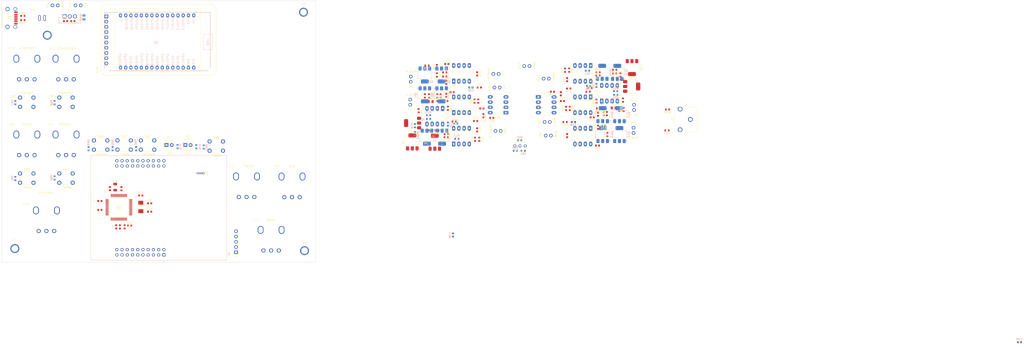
<source format=kicad_pcb>
(kicad_pcb (version 20241229) (generator "pcbnew") (generator_version "9.0")
  (title_block (title "ECE 445L Lab 7") (date "2025-01-13") (rev "v1.0.0") (company "The University of Texas at Austin"))
  (layers (0 "F.Cu" signal) (2 "B.Cu" signal) (13 "F.Paste" user) (15 "B.Paste" user) (5 "F.SilkS" user "F.Silkscreen") (7 "B.SilkS" user "B.Silkscreen") (1 "F.Mask" user) (3 "B.Mask" user) (25 "Edge.Cuts" user))
  (net 0 "")
  (net 1 "GND")
  (net 2 "+3V3")
  (net 3 "/Lab7_microcontroller/LDO")
  (net 8 "/Lab7_microcontroller/OSC1")
  (net 9 "/Lab7_microcontroller/OSC2")
  (net 10 "+VRail")
  (net 11 "Net-(C15-Pad2)")
  (net 12 "Net-(U8B-+)")
  (net 13 "Net-(U8A-+)")
  (net 14 "Net-(U9A-+)")
  (net 15 "Vin")
  (net 16 "Net-(U9B-+)")
  (net 17 "Net-(C19-Pad2)")
  (net 18 "Net-(U10A-+)")
  (net 19 "Net-(C21-Pad2)")
  (net 20 "R_Buff")
  (net 21 "Net-(C27-Pad2)")
  (net 22 "Net-(U11B-+)")
  (net 23 "Net-(U11A-+)")
  (net 24 "Net-(U12A-+)")
  (net 25 "Net-(U12B-+)")
  (net 26 "Net-(C31-Pad2)")
  (net 27 "Net-(U6A-+)")
  (net 28 "Net-(C40-Pad2)")
  (net 29 "L_Buff")
  (net 30 "Net-(D3-A)")
  (net 31 "Net-(D4-A)")
  (net 32 "/Lab7_microcontroller/TCK")
  (net 33 "/Lab7_microcontroller/TDI")
  (net 34 "/Lab7_microcontroller/TDO")
  (net 35 "/Lab7_microcontroller/TMS")
  (net 36 "Net-(D2-K)")
  (net 37 "Net-(D1-K)")
  (net 39 "Net-(J3-VBUS_1)")
  (net 41 "Net-(J3-CC1)")
  (net 43 "Net-(J3-CC2)")
  (net 45 "PF4")
  (net 46 "PC4")
  (net 47 "PC7")
  (net 48 "PB1")
  (net 49 "PA3")
  (net 50 "PE4")
  (net 51 "PF0")
  (net 52 "PF3")
  (net 53 "PC6")
  (net 54 "PB4")
  (net 55 "PA5")
  (net 56 "PB2")
  (net 57 "PD7")
  (net 58 "PF1")
  (net 59 "PB3")
  (net 61 "PB6")
  (net 62 "PE5")
  (net 63 "PC5")
  (net 64 "PA2")
  (net 65 "PA4")
  (net 66 "PE1")
  (net 67 "PB5")
  (net 68 "PE2")
  (net 69 "PE3")
  (net 71 "PD0")
  (net 72 "PF2")
  (net 73 "PD6")
  (net 74 "PA7")
  (net 75 "PB0")
  (net 76 "PD3")
  (net 77 "PD1")
  (net 78 "PB7")
  (net 79 "PE0")
  (net 80 "PA6")
  (net 81 "PD2")
  (net 82 "Net-(Q1-C)")
  (net 83 "Net-(Q2-C)")
  (net 84 "Net-(Q3-C)")
  (net 85 "Net-(Q4-C)")
  (net 86 "Net-(Q5-C)")
  (net 87 "Net-(Q6-C)")
  (net 88 "Net-(Q7-C)")
  (net 89 "R_AudioOut")
  (net 90 "Net-(Q8-C)")
  (net 91 "Net-(Q9-C)")
  (net 92 "Net-(Q10-C)")
  (net 93 "Net-(Q11-C)")
  (net 94 "Net-(Q12-C)")
  (net 95 "Net-(Q13-C)")
  (net 96 "Net-(Q14-C)")
  (net 97 "Net-(Q15-C)")
  (net 98 "Net-(Q16-C)")
  (net 99 "L_AudioOut")
  (net 100 "Net-(Q17-C)")
  (net 101 "Net-(Q18-C)")
  (net 102 "Vin_L")
  (net 103 "Net-(U8A--)")
  (net 104 "Net-(R6-Pad1)")
  (net 105 "Net-(R8-Pad1)")
  (net 106 "Net-(U9A--)")
  (net 107 "Net-(U10B-+)")
  (net 108 "Net-(U10A--)")
  (net 109 "R_Treble")
  (net 110 "Net-(U14A-+)")
  (net 111 "R_Mid")
  (net 112 "R_Bass")
  (net 113 "Net-(U14B--)")
  (net 114 "Net-(U14B-+)")
  (net 115 "Net-(U11A--)")
  (net 116 "Net-(R34-Pad1)")
  (net 117 "Net-(R36-Pad1)")
  (net 118 "Net-(U12A--)")
  (net 119 "Net-(U6B-+)")
  (net 120 "Net-(U6A--)")
  (net 121 "Net-(U13A-+)")
  (net 122 "Net-(U13B--)")
  (net 123 "Net-(U13B-+)")
  (net 124 "Net-(R60-Pad2)")
  (net 125 "VRef")
  (net 126 "/Lab7_microcontroller/Reset")
  (net 127 "Net-(U1-~{WAKE})")
  (net 128 "L_Bass")
  (net 129 "L_Mid")
  (net 130 "L_Treble")
  (net 131 "PD5")
  (net 132 "TM4C_OUT_ESP_IN")
  (net 134 "PD4")
  (net 135 "TM4C_IN_ESP_OUT")
  (net 138 "RAUDIO_OUT")
  (net 139 "LAUDIO_CLK")
  (net 140 "LAUDIO_OUT")
  (net 141 "ESP_IN_USB_OUT")
  (net 142 "RAUDIO_CLK")
  (net 143 "LAUDIO_FS")
  (net 150 "RAUDIO_FS")
  (net 155 "ESP_OUT_USB_IN")
  (net 162 "Vin_R")
  (footprint "Resistor_SMD:R_0603_1608Metric" (layer "F.Cu") (at 240.538 62.23 180)
    (property "Reference" "R5")
    (property "Value" "20k")
  )
  (footprint "Capacitor_SMD:C_0603_1608Metric" (layer "F.Cu") (at 314.721 95.748 180)
    (property "Reference" "C33")
    (property "Value" "0.1u")
  )
  (footprint "ECE445L:Testpoint_1x02_P2.54mm" (layer "F.Cu") (at 288.554 63.236 90)
    (property "Reference" "TP10")
    (property "Value" "L_Treble")
  )
  (footprint "Capacitor_SMD:C_0805_2012Metric" (layer "F.Cu") (at 233.68 74.422 180)
    (property "Reference" "C21")
    (property "Value" "10u")
  )
  (footprint "Package_TO_SOT_SMD:SOT-223-3_TabPin2" (layer "F.Cu") (at 235.726 94.132 90)
    (property "Reference" "Q7")
    (property "Value" "PZT2222A")
  )
  (footprint "ECE445L:PinHeader_1x05_P2.54mm_Vertical" (layer "F.Cu") (at 139.192 147.574 180)
    (property "Reference" "J1")
    (property "Value" "JTAG")
  )
  (footprint "ECE445L:DIP-8_W7.62mm_LongPads" (layer "F.Cu") (at 244.871 64.506 90)
    (property "Reference" "U8")
    (property "Value" "OPA2350")
  )
  (footprint "Capacitor_SMD:C_0603_1608Metric" (layer "F.Cu") (at 312.168 82.032 180)
    (property "Reference" "C35")
    (property "Value" "0.1u")
  )
  (footprint "Capacitor_SMD:C_0603_1608Metric" (layer "F.Cu") (at 244.107 69.85)
    (property "Reference" "C24")
    (property "Value" "0.1u")
  )
  (footprint "ECE445L:SW_PUSH_6mm" (layer "F.Cu") (at 70.156 93.254)
    (property "Reference" "SW5")
    (property "Value" "Reverb")
  )
  (footprint "Resistor_SMD:R_0603_1608Metric" (layer "F.Cu") (at 236.728 88.392 180)
    (property "Reference" "R26")
    (property "Value" "100k")
  )
  (footprint "Resistor_SMD:R_0603_1608Metric" (layer "F.Cu") (at 233.68 88.392)
    (property "Reference" "R27")
    (property "Value" "100k")
  )
  (footprint "Resistor_SMD:R_0603_1608Metric" (layer "F.Cu") (at 241.046 74.168)
    (property "Reference" "R8")
    (property "Value" "10k")
  )
  (footprint "Capacitor_SMD:C_0603_1608Metric" (layer "F.Cu") (at 83.522 116.69 90)
    (property "Reference" "C4")
    (property "Value" "0.1uF")
  )
  (footprint "ECE445L:Testpoint_1x02_P2.54mm" (layer "F.Cu") (at 267.213 67.564 -90)
    (property "Reference" "TP4")
    (property "Value" "R_Mid")
  )
  (footprint "ECE445L:P120PK-Y25BR10K" (layer "F.Cu") (at 47.097 137.254)
    (property "Reference" "R76")
    (property "Value" "10k")
  )
  (footprint "ECE445L:P120PK-Y25BR10K" (layer "F.Cu") (at 56.622 63.572)
    (property "Reference" "R72")
    (property "Value" "10k")
  )
  (footprint "Capacitor_SMD:C_0603_1608Metric" (layer "F.Cu") (at 241.554 56.134)
    (property "Reference" "C22")
    (property "Value" "0.1u")
  )
  (footprint "Resistor_SMD:R_0603_1608Metric" (layer "F.Cu") (at 35.623 32.766 180)
    (property "Reference" "R86")
    (property "Value" "5K1")
  )
  (footprint "Resistor_SMD:R_0603_1608Metric" (layer "F.Cu") (at 323.088 58.928 180)
    (property "Reference" "R55")
    (property "Value" "100k")
  )
  (footprint "ECE445L:P120PK-Y25BR10K" (layer "F.Cu") (at 56.622 100.402)
    (property "Reference" "R71")
    (property "Value" "10k")
  )
  (footprint "Resistor_SMD:R_0603_1608Metric" (layer "F.Cu") (at 227.838 78.803 -90)
    (property "Reference" "R23")
    (property "Value" "100k")
  )
  (footprint "Resistor_SMD:R_0603_1608Metric" (layer "F.Cu") (at 230.886 71.628 90)
    (property "Reference" "R21")
    (property "Value" "200k")
  )
  (footprint "ECE445L:LED_D5.0mm" (layer "F.Cu") (at 105.405 95.504)
    (property "Reference" "D4")
    (property "Value" "LED")
  )
  (footprint "ECE445L:Testpoint_1x02_P2.54mm" (layer "F.Cu") (at 61.209 27.686 90)
    (property "Reference" "TP2")
    (property "Value" "3V3")
  )
  (footprint "Resistor_SMD:R_0603_1608Metric" (layer "F.Cu") (at 242.062 77.661 -90)
    (property "Reference" "R19")
    (property "Value" "10k")
  )
  (footprint "ECE445L:DIP-8_W7.62mm_LongPads" (layer "F.Cu") (at 239.512 77.709 -90)
    (property "Reference" "U14")
    (property "Value" "OPA2350")
  )
  (footprint "Resistor_SMD:R_0603_1608Metric" (layer "F.Cu") (at 327.406 78.232 90)
    (property "Reference" "R50")
    (property "Value" "200k")
  )
  (footprint "ECE445L:DIP-8_W7.62mm_LongPads" (layer "F.Cu") (at 244.871 79.746 90)
    (property "Reference" "U9")
    (property "Value" "OPA2350")
  )
  (footprint "Resistor_SMD:R_0603_1608Metric" (layer "F.Cu") (at 325.374 78.232 -90)
    (property "Reference" "R49")
    (property "Value" "200k")
  )
  (footprint "Resistor_SMD:R_0603_1608Metric" (layer "F.Cu") (at 257.302 92.71 -90)
    (property "Reference" "R15")
    (property "Value" "100k")
  )
  (footprint "Resistor_SMD:R_0603_1608Metric" (layer "F.Cu") (at 300.751 68.062 180)
    (property "Reference" "R40")
    (property "Value" "10k")
  )
  (footprint "ECE445L:Testpoint_1x02_P2.54mm" (layer "F.Cu") (at 223.774 75.946 180)
    (property "Reference" "TP7")
    (property "Value" "R_Out")
  )
  (footprint "Resistor_SMD:R_0603_1608Metric" (layer "F.Cu") (at 314.975 86.858 90)
    (property "Reference" "R31")
    (property "Value" "10k")
  )
  (footprint "Resistor_SMD:R_0603_1608Metric" (layer "F.Cu") (at 301.259 77.714 -90)
    (property "Reference" "R34")
    (property "Value" "100k")
  )
  (footprint "Capacitor_SMD:C_0603_1608Metric" (layer "F.Cu") (at 299.989 63.744 90)
    (property "Reference" "C32")
    (property "Value" "1.2n")
  )
  (footprint "Resistor_SMD:R_0603_1608Metric" (layer "F.Cu") (at 240.538 60.198 180)
    (property "Reference" "R3")
    (property "Value" "10k")
  )
  (footprint "ECE445L:SW_PUSH_6mm" (layer "F.Cu") (at 53.3454 72.462)
    (property "Reference" "SW4")
    (property "Value" "Distortion")
  )
  (footprint "Resistor_SMD:R_0603_1608Metric" (layer "F.Cu") (at 257.302 67.564)
    (property "Reference" "R1")
    (property "Value" "10k")
  )
  (footprint "Capacitor_SMD:C_0603_1608Metric" (layer "F.Cu") (at 97.238 123.802)
    (property "Reference" "C9")
    (property "Value" "10pF C0G")
  )
  (footprint "ECE445L:Testpoint_1x02_P2.54mm" (layer "F.Cu") (at 332.501 75.936)
    (property "Reference" "TP12")
    (property "Value" "L_Out")
  )
  (footprint "Capacitor_SMD:C_0603_1608Metric" (layer "F.Cu") (at 56.388 35.306)
    (property "Reference" "C12")
    (property "Value" "0.1u")
  )
  (footprint "ECE445L:SW-T3-1A-A-A3-S1" (layer "F.Cu") (at 46.228 33.782)
    (property "Reference" "SW9")
    (property "Value" "SW_SPST")
  )
  (footprint "Capacitor_SMD:C_0603_1608Metric" (layer "F.Cu") (at 258.572 77.724 180)
    (property "Reference" "C17")
    (property "Value" "10n")
  )
  (footprint "Capacitor_SMD:C_0603_1608Metric" (layer "F.Cu") (at 97.238 127.866)
    (property "Reference" "C10")
    (property "Value" "10pF C0G")
  )
  (footprint "Resistor_SMD:R_0603_1608Metric" (layer "F.Cu") (at 314.975 61.712 180)
    (property "Reference" "R42")
    (property "Value" "10k")
  )
  (footprint "Package_TO_SOT_SMD:SOT-223-3_TabPin2" (layer "F.Cu") (at 331.333 67.06)
    (property "Reference" "Q18")
    (property "Value" "PZT2222A")
  )
  (footprint "Resistor_SMD:R_0603_1608Metric" (layer "F.Cu") (at 256.794 74.168 -90)
    (property "Reference" "R7")
    (property "Value" "100k")
  )
  (footprint "Capacitor_SMD:C_0603_1608Metric" (layer "F.Cu") (at 256.286 88.138 -90)
    (property "Reference" "C20")
    (property "Value" "1.2n")
  )
  (footprint "Package_TO_SOT_SMD:SOT-223-3_TabPin2" (layer "F.Cu") (at 224.79 93.98 90)
    (property "Reference" "Q8")
    (property "Value" "PZT2222A")
  )
  (footprint "Resistor_SMD:R_0603_1608Metric" (layer "F.Cu") (at 314.975 60.188)
    (property "Reference" "R45")
    (property "Value" "20k")
  )
  (footprint "Resistor_SMD:R_0603_1608Metric" (layer "F.Cu") (at 311.102 67.808)
    (property "Reference" "R46")
    (property "Value" "10k")
  )
  (footprint "Resistor_SMD:R_0603_1608Metric" (layer "F.Cu") (at 238.506 71.628 90)
    (property "Reference" "R11")
    (property "Value" "20k")
  )
  (footprint "Package_TO_SOT_SMD:SOT-223-3_TabPin2" (layer "F.Cu") (at 224.942 84.822 180)
    (property "Reference" "Q9")
    (property "Value" "PZT2222A")
  )
  (footprint "Capacitor_SMD:C_0603_1608Metric" (layer "F.Cu") (at 92.92 119.992)
    (property "Reference" "C11")
    (property "Value" "1uF")
  )
  (footprint "Resistor_SMD:R_0603_1608Metric" (layer "F.Cu") (at 255.016 74.168 90)
    (property "Reference" "R6")
    (property "Value" "100k")
  )
  (footprint "ECE445L:Testpoint_1x02_P2.54mm" (layer "F.Cu") (at 289.062 84.318 90)
    (property "Reference" "TP9")
    (property "Value" "L_Mid")
  )
  (footprint "ECE445L:Testpoint_1x02_P2.54mm" (layer "F.Cu") (at 279.146 57.15 90)
    (property "Reference" "TP13")
    (property "Value" "+VRef")
  )
  (footprint "Capacitor_SMD:C_0603_1608Metric" (layer "F.Cu") (at 85.046 135.232 -90)
    (property "Reference" "C6")
    (property "Value" "0.01uF")
  )
  (footprint "Capacitor_SMD:C_0603_1608Metric" (layer "F.Cu") (at 263.398 82.296)
    (property "Reference" "C26")
    (property "Value" "0.1u")
  )
  (footprint "ECE445L:MountingHole_4_40" (layer "F.Cu") (at 172.466 146.812)
    (property "Reference" "H4")
    (property "Value" "~")
  )
  (footprint "ECE445L:DIP-8_W7.62mm_LongPads" (layer "F.Cu") (at 270.271 79.746 180)
    (property "Reference" "U5")
    (property "Value" "TLV5616")
  )
  (footprint "ECE445L:24797741" (layer "F.Cu") (at 29.334 33.784 -90)
    (property "Reference" "J3")
    (property "Value" "2479774-1" (hide yes))
  )
  (footprint "Resistor_SMD:R_0603_1608Metric" (layer "F.Cu") (at 314.213 74.221 90)
    (property "Reference" "R47")
    (property "Value" "10k")
  )
  (footprint "Resistor_SMD:R_0603_1608Metric" (layer "F.Cu") (at 245.11 84.074 180)
    (property "Reference" "R18")
    (property "Value" "10k")
  )
  (footprint "Resistor_SMD:R_0603_1608Metric" (layer "F.Cu") (at 325.12 63.754 180)
    (property "Reference" "R56")
    (property "Value" "100k")
  )
  (footprint "Capacitor_SMD:C_0603_1608Metric" (layer "F.Cu") (at 77.934 116.677 90)
    (property "Reference" "C3")
    (property "Value" "0.1uF")
  )
  (footprint "Capacitor_SMD:C_0603_1608Metric" (layer "F.Cu") (at 82.76 135.232 -90)
    (property "Reference" "C5")
    (property "Value" "1uF")
  )
  (footprint "Resistor_SMD:R_0603_1608Metric" (layer "F.Cu") (at 231.902 56.896 180)
    (property "Reference" "R77")
    (property "Value" "0")
  )
  (footprint "ECE445L:SW_PUSH_6mm" (layer "F.Cu") (at 81.586 93.254)
    (property "Reference" "SW1")
    (property "Value" "Pause")
  )
  (footprint "ECE445L:adafruit_st7735r2" (layer "F.Cu") (at 101.6 44.45 -90)
    (property "Reference" "U16")
    (property "Value" "Adafruit ST7735R")
  )
  (footprint "Capacitor_SMD:C_0805_2012Metric" (layer "F.Cu") (at 322.595 77.46)
    (property "Reference" "C40")
    (property "Value" "10u")
  )
  (footprint "Connector_PinHeader_1.00mm:PinHeader_1x04_P1.00mm_Vertical" (layer "F.Cu") (at 123.444 109.22 -90)
    (property "Reference" "U3")
    (property "Value" "FT2322R")
  )
  (footprint "Resistor_SMD:R_0603_1608Metric" (layer "F.Cu") (at 301.005 59.109 -90)
    (property "Reference" "R44")
    (property "Value" "100k")
  )
  (footprint "Capacitor_SMD:C_0603_1608Metric" (layer "F.Cu") (at 73.03219 122.682 180)
    (property "Reference" "C7")
    (property "Value" "0.01uF")
  )
  (footprint "Capacitor_SMD:C_0603_1608Metric" (layer "F.Cu") (at 314.975 80.508 90)
    (property "Reference" "C30")
    (property "Value" "3.5n")
  )
  (footprint "ECE445L:SW_PUSH_6mm" (layer "F.Cu") (at 92.964 93.254)
    (property "Reference" "SW2")
    (property "Value" "LCDMode")
  )
  (footprint "Resistor_SMD:R_0603_1608Metric" (layer "F.Cu") (at 348.488 88.392 180)
    (property "Reference" "R59")
    (property "Value" "50")
  )
  (footprint "Resistor_SMD:R_0603_1608Metric" (layer "F.Cu") (at 236.728 57.404 90)
    (property "Reference" "R83")
    (property "Value" "0")
  )
  (footprint "ECE445L:MountingHole_4_40" (layer "F.Cu") (at 31.75 145.796)
    (property "Reference" "H2")
    (property "Value" "~")
  )
  (footprint "ECE445L:LED_D5.0mm" (layer "F.Cu") (at 114.554 95.504)
    (property "Reference" "D3")
    (property "Value" "LED")
  )
  (footprint "Resistor_SMD:R_0603_1608Metric" (layer "F.Cu") (at 317.769 80.254 -90)
    (property "Reference" "R39")
    (property "Value" "20k")
  )
  (footprint "Resistor_SMD:R_0603_1608Metric" (layer "F.Cu") (at 299.481 77.714 90)
    (property "Reference" "R35")
    (property "Value" "100k")
  )
  (footprint "Resistor_SMD:R_0603_1608Metric" (layer "F.Cu") (at 348.742 78.232 180)
    (property "Reference" "R58")
    (property "Value" "50")
  )
  (footprint "Resistor_SMD:R_0603_1608Metric" (layer "F.Cu") (at 310.149 69.586)
    (property "Reference" "R37")
    (property "Value" "10k")
  )
  (footprint "Capacitor_SMD:C_0603_1608Metric" (layer "F.Cu") (at 292.862 69.596 180)
    (property "Reference" "C37")
    (property "Value" "0.1u")
  )
  (footprint "Resistor_SMD:R_0603_1608Metric" (layer "F.Cu") (at 323.088 60.706 180)
    (property "Reference" "R54")
    (property "Value" "100k")
  )
  (footprint "ECE445L:Jack_3.5mm_CUI_SJ1-3523N_Horizontal" (layer "F.Cu") (at 359.856 83.058 90)
    (property "Reference" "J2")
    (property "Value" "AudioJack")
  )
  (footprint "Resistor_SMD:R_0603_1608Metric" (layer "F.Cu") (at 325.882 61.468 -90)
    (property "Reference" "R57")
    (property "Value" "75K")
  )
  (footprint "ECE445L:DIP-8_W7.62mm_LongPads" (layer "F.Cu") (at 316.763 74.173 90)
    (property "Reference" "U13")
    (property "Value" "OPA2350")
  )
  (footprint "Resistor_SMD:R_0603_1608Metric" (layer "F.Cu") (at 241.3 90.17)
    (property "Reference" "R14")
    (property "Value" "10k")
  )
  (footprint "Resistor_SMD:R_0603_1608Metric" (layer "F.Cu") (at 241.3 65.024 -90)
    (property "Reference" "R4")
    (property "Value" "10k")
  )
  (footprint "Capacitor_SMD:C_0603_1608Metric" (layer "F.Cu") (at 256.286 60.96 -90)
    (property "Reference" "C15")
    (property "Value" "27n")
  )
  (footprint "Resistor_SMD:R_0603_1608Metric" (layer "F.Cu") (at 319.547 90.414 90)
    (property "Reference" "R48")
    (property "Value" "10k")
  )
  (footprint "ECE445L:P120PK-Y25BR10K" (layer "F.Cu") (at 37.572 63.572)
    (property "Reference" "R70")
    (property "Value" "10k")
  )
  (footprint "ECE445L:DIP-8_W7.62mm_LongPads" (layer "F.Cu") (at 311.404 87.376 -90)
    (property "Reference" "U11")
    (property "Value" "OPA2350")
  )
  (footprint "Resistor_SMD:R_0603_1608Metric" (layer "F.Cu") (at 303.037 84.318)
    (property "Reference" "R30")
    (property "Value" "10k")
  )
  (footprint "ECE445L:Testpoint_1x02_P2.54mm" (layer "F.Cu") (at 289.57 90.922 90)
    (property "Reference" "TP8")
    (property "Value" "L_Bass")
  )
  (footprint "ECE445L:MountingHole_4_40" (layer "F.Cu") (at 47.498 42.164)
    (property "Reference" "H1")
    (property "Value" "~")
  )
  (footprint "Button_Switch_THT:SW_PUSH_6mm" (layer "F.Cu") (at 126.342 93.762)
    (property "Reference" "SW8")
    (property "Value" "Reset")
  )
  (footprint "Capacitor_SMD:C_0603_1608Metric" (layer "F.Cu") (at 59.944 35.306 180)
    (property "Reference" "C14")
    (property "Value" "0.1u")
  )
  (footprint "Resistor_SMD:R_0603_1608Metric" (layer "F.Cu") (at 319.293 80.254 90)
    (property "Reference" "R38")
    (property "Value" "10k")
  )
  (footprint "Resistor_SMD:R_0603_1608Metric" (layer "F.Cu") (at 255.524 83.82)
    (property "Reference" "R12")
    (property "Value" "10k")
  )
  (footprint "Capacitor_SMD:C_0603_1608Metric" (layer "F.Cu") (at 296.941 70.589 90)
    (property "Reference" "C31")
    (property "Value" "1.2n")
  )
  (footprint "Capacitor_SMD:C_0603_1608Metric" (layer "F.Cu") (at 80.982 135.232 -90)
    (property "Reference" "C2")
    (property "Value" "0.1uF")
  )
  (footprint "ECE445L:P120PK-Y25BR10K" (layer "F.Cu") (at 166.37 120.816)
    (property "Reference" "R74")
    (property "Value" "10k")
  )
  (footprint "ECE445L:P120PK-Y25BR10K" (layer "F.Cu") (at 144.292 120.744)
    (property "Reference" "R75")
    (property "Value" "10k")
  )
  (footprint "Resistor_SMD:R_0603_1608Metric" (layer "F.Cu") (at 255.27 92.71 90)
    (property "Reference" "R16")
    (property "Value" "100k")
  )
  (footprint "ECE445L:DIP-8_W7.62mm_LongPads" (layer "F.Cu") (at 286.004 72.136)
    (property "Reference" "U15")
    (property "Value" "TLV5616")
  )
  (footprint "ECE445L:SW_PUSH_6mm" (layer "F.Cu") (at 53.3454 109.314)
    (property "Reference" "SW7")
    (property "Value" "Tempo")
  )
  (footprint "Resistor_SMD:R_0603_1608Metric" (layer "F.Cu") (at 298.973 84.318 180)
    (property "Reference" "R29")
    (property "Value" "10k")
  )
  (footprint "Resistor_SMD:R_0603_1608Metric" (layer "F.Cu") (at 237.744 74.168)
    (property "Reference" "R9")
    (property "Value" "10k")
  )
  (footprint "Resistor_SMD:R_0603_1608Metric" (layer "F.Cu") (at 236.982 71.628 -90)
    (property "Reference" "R10")
    (property "Value" "10k")
  )
  (footprint "ECE445L:DIP-8_W7.62mm_LongPads" (layer "F.Cu") (at 244.871 94.986 90)
    (property "Reference" "U10")
    (property "Value" "OPA2350")
  )
  (footprint "Resistor_SMD:R_0603_1608Metric" (layer "F.Cu") (at 253.238 67.564 180)
    (property "Reference" "R2")
    (property "Value" "10k")
  )
  (footprint "ECE445L:ABM3" (layer "F.Cu") (at 92.92 125.58 90)
    (property "Reference" "Y1")
    (property "Value" "ABM3-16.000MHZ-B2-T" (hide yes))
  )
  (footprint "Resistor_SMD:R_0603_1608Metric" (layer "F.Cu") (at 327.152 73.66 90)
    (property "Reference" "R51")
    (property "Value" "100k")
  )
  (footprint "ECE445L:SW_PUSH_6mm" (layer "F.Cu") (at 34.2954 109.314)
    (property "Reference" "SW6")
    (property "Value" "Delay")
  )
  (footprint "Package_TO_SOT_SMD:SOT-223-3_TabPin2" (layer "F.Cu") (at 331.333 67.06)
    (property "Reference" "Q10")
    (property "Value" "PZT2222A")
  )
  (footprint "Capacitor_SMD:C_0603_1608Metric" (layer "F.Cu") (at 259.334 81.28 -90)
    (property "Reference" "C19")
    (property "Value" "1.2n")
  )
  (footprint "ECE445L:DIP-8_W7.62mm_LongPads" (layer "F.Cu") (at 311.404 56.896 -90)
    (property "Reference" "U6")
    (property "Value" "OPA2350")
  )
  (footprint "ECE445L:Testpoint_1x02_P2.54mm" (layer "F.Cu") (at 332.247 87.107)
    (property "Reference" "TP11")
    (property "Value" "L_Buff")
  )
  (footprint "Resistor_SMD:R_0603_1608Metric" (layer "F.Cu") (at 232.918 71.628 -90)
    (property "Reference" "R22")
    (property "Value" "200k")
  )
  (footprint "Capacitor_SMD:C_0603_1608Metric" (layer "F.Cu") (at 299.989 90.922 90)
    (property "Reference" "C27")
    (property "Value" "27n")
  )
  (footprint "Capacitor_SMD:C_1206_3216Metric" (layer "F.Cu") (at 80.474 115.928 90)
    (property "Reference" "C8")
    (property "Value" "2.2uF")
  )
  (footprint "Resistor_SMD:R_0603_1608Metric" (layer "F.Cu") (at 35.623 34.798)
    (property "Reference" "R85")
    (property "Value" "5K1")
  )
  (footprint "Resistor_SMD:R_0603_1608Metric" (layer "F.Cu") (at 315.229 77.714 180)
    (property "Reference" "R36")
    (property "Value" "10k")
  )
  (footprint "Resistor_SMD:R_0603_1608Metric" (layer "F.Cu") (at 236.728 61.468 -90)
    (property "Reference" "R20")
    (property "Value" "10k")
  )
  (footprint "Capacitor_SMD:C_0603_1608Metric" (layer "F.Cu") (at 73.03219 127 180)
    (property "Reference" "C1")
    (property "Value" "0.1uF")
  )
  (footprint "ECE445L:P120PK-Y25BR10K" (layer "F.Cu") (at 156.21 146.724)
    (property "Reference" "R73")
    (property "Value" "10k")
  )
  (footprint "Package_TO_SOT_SMD:SOT-223-3_TabPin2" (layer "F.Cu") (at 331.485 57.902 -90)
    (property "Reference" "Q17")
    (property "Value" "PZT2222A")
  )
  (footprint "Resistor_SMD:R_0603_1608Metric" (layer "F.Cu") (at 317.691 86.106 180)
    (property "Reference" "R32")
    (property "Value" "10k")
  )
  (footprint "ECE445L:DIP-8_W7.62mm_LongPads" (layer "F.Cu") (at 311.404 72.136 -90)
    (property "Reference" "U12")
    (property "Value" "OPA2350")
  )
  (footprint "Resistor_SMD:R_0603_1608Metric" (layer "F.Cu") (at 298.973 59.172 90)
    (property "Reference" "R43")
    (property "Value" "100k")
  )
  (footprint "Capacitor_SMD:C_0603_1608Metric" (layer "F.Cu") (at 241.3 71.374 -90)
    (property "Reference" "C18")
    (property "Value" "3.5n")
  )
  (footprint "Resistor_SMD:R_0603_1608Metric" (layer "F.Cu") (at 317.563 87.63)
    (property "Reference" "R33")
    (property "Value" "20k")
  )
  (footprint "ECE445L:Testpoint_1x02_P2.54mm" (layer "F.Cu") (at 266.705 60.96 -90)
    (property "Reference" "TP3")
    (property "Value" "R_Bass")
  )
  (footprint "ECE445L:SW_PUSH_6mm" (layer "F.Cu") (at 34.2954 72.462)
    (property "Reference" "SW3")
    (property "Value" "Flanger")
  )
  (footprint "ECE445L:ti_LM4041CILPR" (layer "F.Cu") (at 277.114 95.904097 180)
    (property "Reference" "U7")
    (property "Value" "LM4041CILPR")
  )
  (footprint "ECE445L:Testpoint_1x02_P2.54mm" (layer "F.Cu") (at 50.033 27.686 90)
    (property "Reference" "TP1")
    (property "Value" "+VRail")
  )
  (footprint "ECE445L:P120PK-Y25BR10K" (layer "F.Cu") (at 37.572 100.402)
    (property "Reference" "R80")
    (property "Value" "10k")
  )
  (footprint "Capacitor_SMD:C_0603_1608Metric" (layer "F.Cu") (at 297.703 74.158)
    (property "Reference" "C29")
    (property "Value" "10n")
  )
  (footprint "ECE445L:Testpoint_1x02_P2.54mm" (layer "F.Cu") (at 224.028 64.775 180)
    (property "Reference" "TP6")
    (property "Value" "R_Buff")
  )
  (footprint "Resistor_SMD:R_0603_1608Metric" (layer "F.Cu") (at 87.51019 134.62)
    (property "Reference" "R64")
    (property "Value" "1M")
  )
  (footprint "ECE445L:Testpoint_1x02_P2.54mm" (layer "F.Cu") (at 267.721 88.646 -90)
    (property "Reference" "TP5")
    (property "Value" "R_Treble")
  )
  (footprint "Resistor_SMD:R_0603_1608Metric" (layer "F.Cu") (at 241.237 91.694 180)
    (property "Reference" "R17")
    (property "Value" "20k")
  )
  (footprint "ECE445L:MountingHole_4_40" (layer "F.Cu") (at 171.958 30.988)
    (property "Reference" "H3")
    (property "Value" "~")
  )
  (footprint "ECE445L:QFP50P1200X1200X160-64N" (layer "F.Cu") (at 82.296 125.73)
    (property "Reference" "U1")
    (property "Value" "TM4C123GH6PMIR" (hide yes))
  )
  (footprint "Resistor_SMD:R_0603_1608Metric" (layer "B.Cu") (at 232.664 81.026 180)
    (property "Reference" "R25")
    (property "Value" "100k")
  )
  (footprint "Package_TO_SOT_SMD:SOT-223-3_TabPin2" (layer "B.Cu") (at 239.014 71.12 -90)
    (property "Reference" "Q3")
    (property "Value" "PZT2222A")
  )
  (footprint "Resistor_SMD:R_0603_1608Metric" (layer "B.Cu") (at 31.984 111.76 -90)
    (property "Reference" "R81")
    (property "Value" "10k")
  )
  (footprint "Capacitor_SMD:C_0603_1608Metric" (layer "B.Cu") (at 314.213 66.551 -90)
    (property "Reference" "C34")
    (property "Value" "0.1u")
  )
  (footprint "Package_TO_SOT_SMD:SOT-223-3_TabPin2" (layer "B.Cu") (at 230.886 71.12 -90)
    (property "Reference" "Q4")
    (property "Value" "PZT2222A")
  )
  (footprint "Resistor_SMD:R_0603_1608Metric" (layer "B.Cu") (at 226.06 86.106 -90)
    (property "Reference" "R28")
    (property "Value" "100k")
  )
  (footprint "Capacitor_SMD:C_0603_1608Metric" (layer "B.Cu") (at 242.062 85.344 90)
    (property "Reference" "C25")
    (property "Value" "0.1u")
  )
  (footprint "Package_TO_SOT_SMD:SOT-223-3_TabPin2" (layer "B.Cu") (at 325.389 90.414 90)
    (property "Reference" "Q13")
    (property "Value" "PZT2222A")
  )
  (footprint "Resistor_SMD:R_0603_1608Metric" (layer "B.Cu") (at 51.034 74.908 -90)
    (property "Reference" "R68")
    (property "Value" "10k")
  )
  (footprint "ECE445L:TO254P470X1028X1955-3P" (layer "B.Cu") (at 55.88 33.02)
    (property "Reference" "U4")
    (property "Value" "LM2937ET-3.3_NOPB" (hide yes))
  )
  (footprint "Package_TO_SOT_SMD:SOT-223-3_TabPin2" (layer "B.Cu") (at 324.358 60.198 90)
    (property "Reference" "Q16")
    (property "Value" "PZT2222A")
  )
  (footprint "Package_TO_SOT_SMD:SOT-223-3_TabPin2" (layer "B.Cu") (at 317.261 90.414 90)
    (property "Reference" "Q11")
    (property "Value" "PZT2222A")
  )
  (footprint "Resistor_SMD:R_0603_1608Metric" (layer "B.Cu") (at 323.533 69.342 180)
    (property "Reference" "R52")
    (property "Value" "100k")
  )
  (footprint "Resistor_SMD:R_0603_1608Metric" (layer "B.Cu") (at 323.596 71.12)
    (property "Reference" "R53")
    (property "Value" "100k")
  )
  (footprint "Resistor_SMD:R_0603_1608Metric" (layer "B.Cu") (at 67.564 97.282 -90)
    (property "Reference" "R69")
    (property "Value" "10k")
  )
  (footprint "Resistor_SMD:R_0603_1608Metric" (layer "B.Cu") (at 274.828 98.298 180)
    (property "Reference" "R60")
    (property "Value" "1k")
  )
  (footprint "Resistor_SMD:R_0603_1608Metric" (layer "B.Cu") (at 246.443 92.456 180)
    (property "Reference" "R13")
    (property "Value" "10k")
  )
  (footprint "Resistor_SMD:R_0603_1608Metric" (layer "B.Cu") (at 119.888 96.329 90)
    (property "Reference" "R78")
    (property "Value" "2k")
  )
  (footprint "ECE445L:ESP32_30pin" (layer "B.Cu") (at 101.6 44.45 -90)
    (property "Reference" "U2")
    (property "Value" "ESP32-D0WD-V3")
  )
  (footprint "Capacitor_SMD:C_0603_1608Metric" (layer "B.Cu") (at 245.872 85.09 180)
    (property "Reference" "C23")
    (property "Value" "0.1u")
  )
  (footprint "Package_TO_SOT_SMD:SOT-223-3_TabPin2" (layer "B.Cu") (at 325.389 80.762 90)
    (property "Reference" "Q15")
    (property "Value" "PZT2222A")
  )
  (footprint "Resistor_SMD:R_0603_1608Metric" (layer "B.Cu") (at 90.678 97.282 -90)
    (property "Reference" "R66")
    (property "Value" "10k")
  )
  (footprint "Package_TO_SOT_SMD:SOT-223-3_TabPin2" (layer "B.Cu") (at 317.007 60.188 90)
    (property "Reference" "Q12")
    (property "Value" "PZT2222A")
  )
  (footprint "Capacitor_SMD:C_0603_1608Metric" (layer "B.Cu") (at 303.037 84.318)
    (property "Reference" "C28")
    (property "Value" "27n")
  )
  (footprint "Resistor_SMD:R_0603_1608Metric" (layer "B.Cu") (at 123.4772 96.462 90)
    (property "Reference" "R63")
    (property "Value" "10k")
  )
  (footprint "Package_TO_SOT_SMD:SOT-223-3_TabPin2" (layer "B.Cu") (at 231.902 91.694 -90)
    (property "Reference" "Q5")
    (property "Value" "PZT2222A")
  )
  (footprint "Resistor_SMD:R_0603_1608Metric" (layer "B.Cu") (at 226.06 89.916 90)
    (property "Reference" "R82")
    (property "Value" "75K")
  )
  (footprint "Resistor_SMD:R_0603_1608Metric" (layer "B.Cu") (at 110.744 96.266 90)
    (property "Reference" "R79")
    (property "Value" "2k")
  )
  (footprint "Capacitor_SMD:C_0603_1608Metric" (layer "B.Cu") (at 253.238 67.564)
    (property "Reference" "C16")
    (property "Value" "27n")
  )
  (footprint "ECE445L:ti_EKTM4C123GXL" (layer "B.Cu") (at 101.6 125.984 90)
    (property "Reference" "J4")
    (property "Value" "EK-TM4C123GXL")
  )
  (footprint "Resistor_SMD:R_0603_1608Metric" (layer "B.Cu") (at 278.638 98.298)
    (property "Reference" "R61")
    (property "Value" "47k")
  )
  (footprint "Capacitor_SMD:C_0603_1608Metric" (layer "B.Cu") (at 244.602 139.205 -90)
    (property "Reference" "C38")
    (property "Value" "0.1uF")
  )
  (footprint "Capacitor_SMD:C_0603_1608Metric" (layer "B.Cu") (at 310.403 66.792)
    (property "Reference" "C36")
    (property "Value" "0.1u")
  )
  (footprint "Capacitor_SMD:C_0805_2012Metric" (layer "B.Cu") (at 65.278 33.528 -90)
    (property "Reference" "C13")
    (property "Value" "10u")
  )
  (footprint "Package_TO_SOT_SMD:SOT-223-3_TabPin2" (layer "B.Cu") (at 239.014 61.468 -90)
    (property "Reference" "Q1")
    (property "Value" "PZT2222A")
  )
  (footprint "Package_TO_SOT_SMD:SOT-223-3_TabPin2" (layer "B.Cu") (at 230.886 61.468 -90)
    (property "Reference" "Q2")
    (property "Value" "PZT2222A")
  )
  (footprint "Resistor_SMD:R_0603_1608Metric" (layer "B.Cu") (at 79.248 97.282 -90)
    (property "Reference" "R65")
    (property "Value" "10k")
  )
  (footprint "Package_TO_SOT_SMD:SOT-223-3_TabPin2" (layer "B.Cu") (at 239.268 91.694 -90)
    (property "Reference" "Q6")
    (property "Value" "PZT2222A")
  )
  (footprint "Resistor_SMD:R_0603_1608Metric" (layer "B.Cu") (at 51.034 111.506 -90)
    (property "Reference" "R84")
    (property "Value" "10k")
  )
  (footprint "Capacitor_SMD:C_0603_1608Metric" (layer "B.Cu") (at 519.684 191.262 180)
    (property "Reference" "C39")
    (property "Value" "0.1uF")
  )
  (footprint "Resistor_SMD:R_0603_1608Metric" (layer "B.Cu") (at 276.923 93.218 180)
    (property "Reference" "R62")
    (property "Value" "10k")
  )
  (footprint "Resistor_SMD:R_0603_1608Metric" (layer "B.Cu") (at 309.832 59.426)
    (property "Reference" "R41")
    (property "Value" "10k")
  )
  (footprint "Resistor_SMD:R_0603_1608Metric" (layer "B.Cu") (at 31.984 74.908 -90)
    (property "Reference" "R67")
    (property "Value" "10k")
  )
  (footprint "Resistor_SMD:R_0603_1608Metric" (layer "B.Cu") (at 232.664 82.804 180)
    (property "Reference" "R24")
    (property "Value" "100k")
  )
  (footprint "Package_TO_SOT_SMD:SOT-223-3_TabPin2" (layer "B.Cu") (at 317.261 80.762 90)
    (property "Reference" "Q14")
    (property "Value" "PZT2222A")
  )
  (gr_rect (start 25.4 25.4) (end 177.8 152.4) (stroke (width 0.1)) (fill no) (layer "Edge.Cuts"))
  (gr_text "Flanger" (at 34.29 49.022 0) (layer "F.SilkS") (effects (font (size 1.27 1.27)) (justify left bottom)))
  (gr_text "Bass" (at 153.924 132.588 0) (layer "F.SilkS") (effects (font (size 1.27 1.27) (thickness 0.15) (bold yes)) (justify left bottom)))
  (gr_text "Volume" (at 43.18 119.38 0) (layer "F.SilkS") (effects (font (size 1.27 1.27) (thickness 0.15) (bold yes)) (justify left bottom)))
  (gr_text "Delay" (at 34.798 86.106 0) (layer "F.SilkS") (effects (font (size 1.27 1.27) (thickness 0.15) (bold yes)) (justify left bottom)))
  (gr_text "Treble" (at 142.24 106.426 0) (layer "F.SilkS") (effects (font (size 1.27 1.27) (thickness 0.15) (bold yes)) (justify left bottom)))
  (gr_text "Distortion" (at 52.324 49.276 0) (layer "F.SilkS") (effects (font (size 1.27 1.27) (thickness 0.15) (bold yes)) (justify left bottom)))
  (gr_text "Tempo" (at 52.832 86.106 0) (layer "F.SilkS") (effects (font (size 1.27 1.27) (thickness 0.15) (bold yes)) (justify left bottom)))
  (gr_text "Mid" (at 164.592 106.68 0) (layer "F.SilkS") (effects (font (size 1.27 1.27) (thickness 0.15) (bold yes)) (justify left bottom)))
)
</source>
